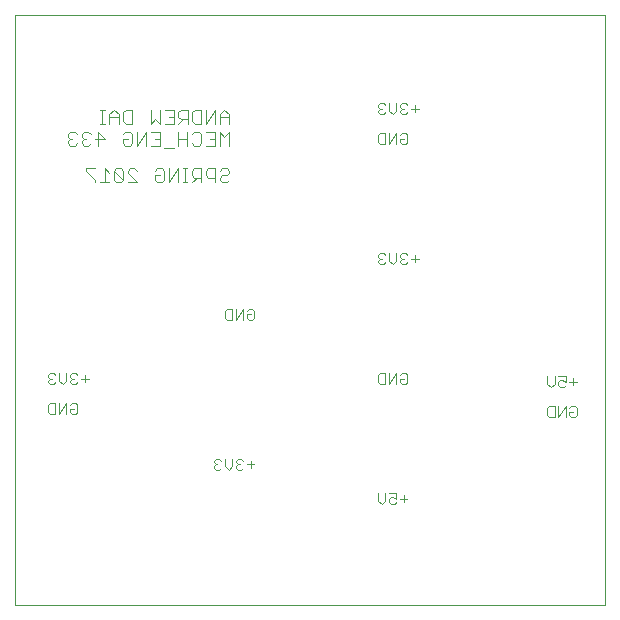
<source format=gbo>
G75*
%MOIN*%
%OFA0B0*%
%FSLAX25Y25*%
%IPPOS*%
%LPD*%
%AMOC8*
5,1,8,0,0,1.08239X$1,22.5*
%
%ADD10C,0.00000*%
%ADD11C,0.00300*%
%ADD12C,0.00400*%
D10*
X0001800Y0001800D02*
X0001800Y0198650D01*
X0198650Y0198650D01*
X0198650Y0001800D01*
X0001800Y0001800D01*
D11*
X0013482Y0065450D02*
X0012864Y0066067D01*
X0012864Y0068536D01*
X0013482Y0069153D01*
X0015333Y0069153D01*
X0015333Y0065450D01*
X0013482Y0065450D01*
X0016548Y0065450D02*
X0016548Y0069153D01*
X0019016Y0069153D02*
X0016548Y0065450D01*
X0019016Y0065450D02*
X0019016Y0069153D01*
X0020231Y0068536D02*
X0020848Y0069153D01*
X0022082Y0069153D01*
X0022699Y0068536D01*
X0022699Y0066067D01*
X0022082Y0065450D01*
X0020848Y0065450D01*
X0020231Y0066067D01*
X0020231Y0067302D01*
X0021465Y0067302D01*
X0020848Y0075450D02*
X0022082Y0075450D01*
X0022699Y0076067D01*
X0023914Y0077302D02*
X0026383Y0077302D01*
X0025148Y0078536D02*
X0025148Y0076067D01*
X0022699Y0078536D02*
X0022082Y0079153D01*
X0020848Y0079153D01*
X0020231Y0078536D01*
X0020231Y0077919D01*
X0020848Y0077302D01*
X0020231Y0076684D01*
X0020231Y0076067D01*
X0020848Y0075450D01*
X0020848Y0077302D02*
X0021465Y0077302D01*
X0019016Y0076684D02*
X0019016Y0079153D01*
X0016548Y0079153D02*
X0016548Y0076684D01*
X0017782Y0075450D01*
X0019016Y0076684D01*
X0015333Y0076067D02*
X0014716Y0075450D01*
X0013482Y0075450D01*
X0012864Y0076067D01*
X0012864Y0076684D01*
X0013482Y0077302D01*
X0014099Y0077302D01*
X0013482Y0077302D02*
X0012864Y0077919D01*
X0012864Y0078536D01*
X0013482Y0079153D01*
X0014716Y0079153D01*
X0015333Y0078536D01*
X0068132Y0050036D02*
X0068132Y0049419D01*
X0068749Y0048802D01*
X0068132Y0048184D01*
X0068132Y0047567D01*
X0068749Y0046950D01*
X0069983Y0046950D01*
X0070601Y0047567D01*
X0071815Y0048184D02*
X0071815Y0050653D01*
X0070601Y0050036D02*
X0069983Y0050653D01*
X0068749Y0050653D01*
X0068132Y0050036D01*
X0068749Y0048802D02*
X0069366Y0048802D01*
X0071815Y0048184D02*
X0073049Y0046950D01*
X0074284Y0048184D01*
X0074284Y0050653D01*
X0075498Y0050036D02*
X0075498Y0049419D01*
X0076115Y0048802D01*
X0075498Y0048184D01*
X0075498Y0047567D01*
X0076115Y0046950D01*
X0077350Y0046950D01*
X0077967Y0047567D01*
X0079181Y0048802D02*
X0081650Y0048802D01*
X0080416Y0050036D02*
X0080416Y0047567D01*
X0077967Y0050036D02*
X0077350Y0050653D01*
X0076115Y0050653D01*
X0075498Y0050036D01*
X0076115Y0048802D02*
X0076732Y0048802D01*
X0122864Y0039153D02*
X0122864Y0036684D01*
X0124099Y0035450D01*
X0125333Y0036684D01*
X0125333Y0039153D01*
X0126548Y0039153D02*
X0129016Y0039153D01*
X0129016Y0037302D01*
X0127782Y0037919D01*
X0127165Y0037919D01*
X0126548Y0037302D01*
X0126548Y0036067D01*
X0127165Y0035450D01*
X0128399Y0035450D01*
X0129016Y0036067D01*
X0130231Y0037302D02*
X0132699Y0037302D01*
X0131465Y0038536D02*
X0131465Y0036067D01*
X0130848Y0075450D02*
X0130231Y0076067D01*
X0130231Y0077302D01*
X0131465Y0077302D01*
X0130231Y0078536D02*
X0130848Y0079153D01*
X0132082Y0079153D01*
X0132699Y0078536D01*
X0132699Y0076067D01*
X0132082Y0075450D01*
X0130848Y0075450D01*
X0129016Y0075450D02*
X0129016Y0079153D01*
X0126548Y0075450D01*
X0126548Y0079153D01*
X0125333Y0079153D02*
X0123482Y0079153D01*
X0122864Y0078536D01*
X0122864Y0076067D01*
X0123482Y0075450D01*
X0125333Y0075450D01*
X0125333Y0079153D01*
X0124716Y0115450D02*
X0123482Y0115450D01*
X0122864Y0116067D01*
X0122864Y0116684D01*
X0123482Y0117302D01*
X0124099Y0117302D01*
X0123482Y0117302D02*
X0122864Y0117919D01*
X0122864Y0118536D01*
X0123482Y0119153D01*
X0124716Y0119153D01*
X0125333Y0118536D01*
X0126548Y0119153D02*
X0126548Y0116684D01*
X0127782Y0115450D01*
X0129016Y0116684D01*
X0129016Y0119153D01*
X0130231Y0118536D02*
X0130231Y0117919D01*
X0130848Y0117302D01*
X0130231Y0116684D01*
X0130231Y0116067D01*
X0130848Y0115450D01*
X0132082Y0115450D01*
X0132699Y0116067D01*
X0133914Y0117302D02*
X0136383Y0117302D01*
X0135148Y0118536D02*
X0135148Y0116067D01*
X0132699Y0118536D02*
X0132082Y0119153D01*
X0130848Y0119153D01*
X0130231Y0118536D01*
X0130848Y0117302D02*
X0131465Y0117302D01*
X0125333Y0116067D02*
X0124716Y0115450D01*
X0125333Y0155450D02*
X0123482Y0155450D01*
X0122864Y0156067D01*
X0122864Y0158536D01*
X0123482Y0159153D01*
X0125333Y0159153D01*
X0125333Y0155450D01*
X0126548Y0155450D02*
X0126548Y0159153D01*
X0129016Y0159153D02*
X0126548Y0155450D01*
X0129016Y0155450D02*
X0129016Y0159153D01*
X0130231Y0158536D02*
X0130848Y0159153D01*
X0132082Y0159153D01*
X0132699Y0158536D01*
X0132699Y0156067D01*
X0132082Y0155450D01*
X0130848Y0155450D01*
X0130231Y0156067D01*
X0130231Y0157302D01*
X0131465Y0157302D01*
X0130848Y0165450D02*
X0130231Y0166067D01*
X0130231Y0166684D01*
X0130848Y0167302D01*
X0131465Y0167302D01*
X0130848Y0167302D02*
X0130231Y0167919D01*
X0130231Y0168536D01*
X0130848Y0169153D01*
X0132082Y0169153D01*
X0132699Y0168536D01*
X0133914Y0167302D02*
X0136383Y0167302D01*
X0135148Y0168536D02*
X0135148Y0166067D01*
X0132699Y0166067D02*
X0132082Y0165450D01*
X0130848Y0165450D01*
X0129016Y0166684D02*
X0127782Y0165450D01*
X0126548Y0166684D01*
X0126548Y0169153D01*
X0125333Y0168536D02*
X0124716Y0169153D01*
X0123482Y0169153D01*
X0122864Y0168536D01*
X0122864Y0167919D01*
X0123482Y0167302D01*
X0122864Y0166684D01*
X0122864Y0166067D01*
X0123482Y0165450D01*
X0124716Y0165450D01*
X0125333Y0166067D01*
X0124099Y0167302D02*
X0123482Y0167302D01*
X0129016Y0166684D02*
X0129016Y0169153D01*
X0081033Y0100653D02*
X0079798Y0100653D01*
X0079181Y0100036D01*
X0079181Y0098802D02*
X0080416Y0098802D01*
X0079181Y0098802D02*
X0079181Y0097567D01*
X0079798Y0096950D01*
X0081033Y0096950D01*
X0081650Y0097567D01*
X0081650Y0100036D01*
X0081033Y0100653D01*
X0077967Y0100653D02*
X0077967Y0096950D01*
X0075498Y0096950D02*
X0075498Y0100653D01*
X0074284Y0100653D02*
X0072432Y0100653D01*
X0071815Y0100036D01*
X0071815Y0097567D01*
X0072432Y0096950D01*
X0074284Y0096950D01*
X0074284Y0100653D01*
X0077967Y0100653D02*
X0075498Y0096950D01*
X0179315Y0078153D02*
X0179315Y0075684D01*
X0180549Y0074450D01*
X0181784Y0075684D01*
X0181784Y0078153D01*
X0182998Y0078153D02*
X0185467Y0078153D01*
X0185467Y0076302D01*
X0184232Y0076919D01*
X0183615Y0076919D01*
X0182998Y0076302D01*
X0182998Y0075067D01*
X0183615Y0074450D01*
X0184850Y0074450D01*
X0185467Y0075067D01*
X0186681Y0076302D02*
X0189150Y0076302D01*
X0187916Y0077536D02*
X0187916Y0075067D01*
X0188533Y0068153D02*
X0189150Y0067536D01*
X0189150Y0065067D01*
X0188533Y0064450D01*
X0187298Y0064450D01*
X0186681Y0065067D01*
X0186681Y0066302D01*
X0187916Y0066302D01*
X0186681Y0067536D02*
X0187298Y0068153D01*
X0188533Y0068153D01*
X0185467Y0068153D02*
X0182998Y0064450D01*
X0182998Y0068153D01*
X0181784Y0068153D02*
X0179932Y0068153D01*
X0179315Y0067536D01*
X0179315Y0065067D01*
X0179932Y0064450D01*
X0181784Y0064450D01*
X0181784Y0068153D01*
X0185467Y0068153D02*
X0185467Y0064450D01*
D12*
X0073160Y0143607D02*
X0072393Y0142840D01*
X0070858Y0142840D01*
X0070091Y0143607D01*
X0070091Y0144375D01*
X0070858Y0145142D01*
X0072393Y0145142D01*
X0073160Y0145909D01*
X0073160Y0146677D01*
X0072393Y0147444D01*
X0070858Y0147444D01*
X0070091Y0146677D01*
X0068556Y0147444D02*
X0066254Y0147444D01*
X0065487Y0146677D01*
X0065487Y0145142D01*
X0066254Y0144375D01*
X0068556Y0144375D01*
X0068556Y0142840D02*
X0068556Y0147444D01*
X0063952Y0147444D02*
X0063952Y0142840D01*
X0063952Y0144375D02*
X0061650Y0144375D01*
X0060883Y0145142D01*
X0060883Y0146677D01*
X0061650Y0147444D01*
X0063952Y0147444D01*
X0062418Y0144375D02*
X0060883Y0142840D01*
X0059348Y0142840D02*
X0057814Y0142840D01*
X0058581Y0142840D02*
X0058581Y0147444D01*
X0059348Y0147444D02*
X0057814Y0147444D01*
X0056279Y0147444D02*
X0053210Y0142840D01*
X0053210Y0147444D01*
X0051675Y0146677D02*
X0051675Y0143607D01*
X0050908Y0142840D01*
X0049373Y0142840D01*
X0048606Y0143607D01*
X0048606Y0145142D01*
X0050140Y0145142D01*
X0048606Y0146677D02*
X0049373Y0147444D01*
X0050908Y0147444D01*
X0051675Y0146677D01*
X0056279Y0147444D02*
X0056279Y0142840D01*
X0054744Y0154193D02*
X0051675Y0154193D01*
X0050140Y0154960D02*
X0047071Y0154960D01*
X0045536Y0154960D02*
X0045536Y0159564D01*
X0042467Y0154960D01*
X0042467Y0159564D01*
X0040933Y0158797D02*
X0040933Y0155727D01*
X0040165Y0154960D01*
X0038631Y0154960D01*
X0037863Y0155727D01*
X0037863Y0157262D01*
X0039398Y0157262D01*
X0040933Y0158797D02*
X0040165Y0159564D01*
X0038631Y0159564D01*
X0037863Y0158797D01*
X0038711Y0162320D02*
X0037943Y0163087D01*
X0037943Y0166157D01*
X0038711Y0166924D01*
X0041013Y0166924D01*
X0041013Y0162320D01*
X0038711Y0162320D01*
X0036409Y0162320D02*
X0036409Y0165389D01*
X0034874Y0166924D01*
X0033339Y0165389D01*
X0033339Y0162320D01*
X0031805Y0162320D02*
X0030270Y0162320D01*
X0031037Y0162320D02*
X0031037Y0166924D01*
X0030270Y0166924D02*
X0031805Y0166924D01*
X0033339Y0164622D02*
X0036409Y0164622D01*
X0029423Y0159564D02*
X0031725Y0157262D01*
X0028655Y0157262D01*
X0027121Y0158797D02*
X0026353Y0159564D01*
X0024819Y0159564D01*
X0024051Y0158797D01*
X0024051Y0158029D01*
X0024819Y0157262D01*
X0024051Y0156495D01*
X0024051Y0155727D01*
X0024819Y0154960D01*
X0026353Y0154960D01*
X0027121Y0155727D01*
X0025586Y0157262D02*
X0024819Y0157262D01*
X0022517Y0158797D02*
X0021750Y0159564D01*
X0020215Y0159564D01*
X0019448Y0158797D01*
X0019448Y0158029D01*
X0020215Y0157262D01*
X0019448Y0156495D01*
X0019448Y0155727D01*
X0020215Y0154960D01*
X0021750Y0154960D01*
X0022517Y0155727D01*
X0020982Y0157262D02*
X0020215Y0157262D01*
X0029423Y0154960D02*
X0029423Y0159564D01*
X0028655Y0147444D02*
X0025586Y0147444D01*
X0025586Y0146677D01*
X0028655Y0143607D01*
X0028655Y0142840D01*
X0030190Y0142840D02*
X0033259Y0142840D01*
X0031725Y0142840D02*
X0031725Y0147444D01*
X0033259Y0145909D01*
X0034794Y0146677D02*
X0034794Y0143607D01*
X0035561Y0142840D01*
X0037096Y0142840D01*
X0037863Y0143607D01*
X0034794Y0146677D01*
X0035561Y0147444D01*
X0037096Y0147444D01*
X0037863Y0146677D01*
X0037863Y0143607D01*
X0039398Y0142840D02*
X0042467Y0142840D01*
X0039398Y0145909D01*
X0039398Y0146677D01*
X0040165Y0147444D01*
X0041700Y0147444D01*
X0042467Y0146677D01*
X0050140Y0154960D02*
X0050140Y0159564D01*
X0047071Y0159564D01*
X0047151Y0162320D02*
X0047151Y0166924D01*
X0050220Y0166924D02*
X0050220Y0162320D01*
X0048686Y0163855D01*
X0047151Y0162320D01*
X0051755Y0162320D02*
X0054824Y0162320D01*
X0054824Y0166924D01*
X0051755Y0166924D01*
X0053290Y0164622D02*
X0054824Y0164622D01*
X0056359Y0164622D02*
X0056359Y0166157D01*
X0057126Y0166924D01*
X0059428Y0166924D01*
X0059428Y0162320D01*
X0059428Y0163855D02*
X0057126Y0163855D01*
X0056359Y0164622D01*
X0057894Y0163855D02*
X0056359Y0162320D01*
X0056279Y0159564D02*
X0056279Y0154960D01*
X0056279Y0157262D02*
X0059348Y0157262D01*
X0060883Y0158797D02*
X0061650Y0159564D01*
X0063185Y0159564D01*
X0063952Y0158797D01*
X0063952Y0155727D01*
X0063185Y0154960D01*
X0061650Y0154960D01*
X0060883Y0155727D01*
X0059348Y0154960D02*
X0059348Y0159564D01*
X0061730Y0162320D02*
X0060963Y0163087D01*
X0060963Y0166157D01*
X0061730Y0166924D01*
X0064032Y0166924D01*
X0064032Y0162320D01*
X0061730Y0162320D01*
X0065567Y0162320D02*
X0065567Y0166924D01*
X0068636Y0166924D02*
X0065567Y0162320D01*
X0065487Y0159564D02*
X0068556Y0159564D01*
X0068556Y0154960D01*
X0065487Y0154960D01*
X0067021Y0157262D02*
X0068556Y0157262D01*
X0070091Y0159564D02*
X0070091Y0154960D01*
X0071625Y0158029D02*
X0070091Y0159564D01*
X0071625Y0158029D02*
X0073160Y0159564D01*
X0073160Y0154960D01*
X0073240Y0162320D02*
X0073240Y0165389D01*
X0071705Y0166924D01*
X0070171Y0165389D01*
X0070171Y0162320D01*
X0068636Y0162320D02*
X0068636Y0166924D01*
X0070171Y0164622D02*
X0073240Y0164622D01*
X0050140Y0157262D02*
X0048606Y0157262D01*
M02*

</source>
